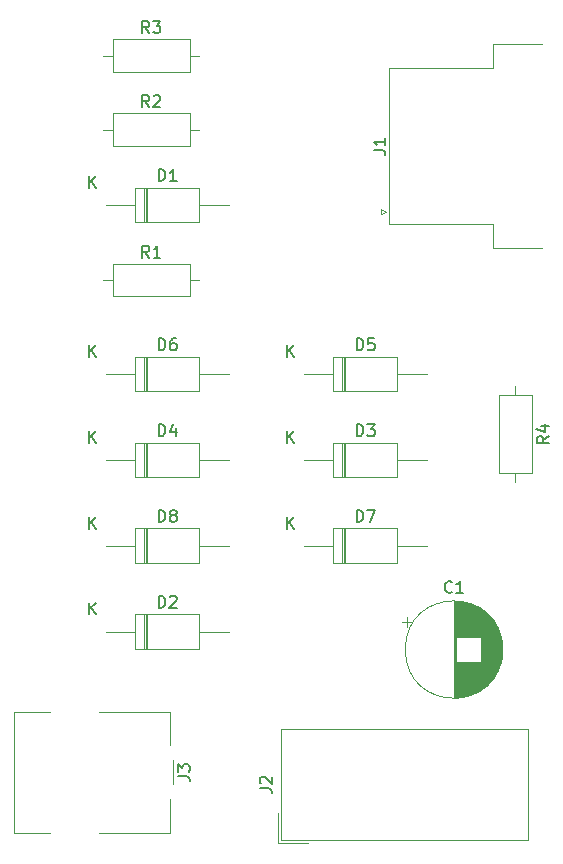
<source format=gbr>
G04 #@! TF.GenerationSoftware,KiCad,Pcbnew,5.1.4-3.fc30*
G04 #@! TF.CreationDate,2019-09-19T16:23:22+02:00*
G04 #@! TF.ProjectId,dasa,64617361-2e6b-4696-9361-645f70636258,rev?*
G04 #@! TF.SameCoordinates,Original*
G04 #@! TF.FileFunction,Legend,Top*
G04 #@! TF.FilePolarity,Positive*
%FSLAX46Y46*%
G04 Gerber Fmt 4.6, Leading zero omitted, Abs format (unit mm)*
G04 Created by KiCad (PCBNEW 5.1.4-3.fc30) date 2019-09-19 16:23:22*
%MOMM*%
%LPD*%
G04 APERTURE LIST*
%ADD10C,0.120000*%
%ADD11C,0.150000*%
G04 APERTURE END LIST*
D10*
X122610000Y-107180000D02*
X122610000Y-109180000D01*
X109200000Y-103070000D02*
X112260000Y-103070000D01*
X109200000Y-113290000D02*
X109200000Y-103070000D01*
X112260000Y-113290000D02*
X109200000Y-113290000D01*
X122420000Y-113290000D02*
X116360000Y-113290000D01*
X122420000Y-110480000D02*
X122420000Y-113290000D01*
X122420000Y-103070000D02*
X122420000Y-105880000D01*
X116360000Y-103070000D02*
X122420000Y-103070000D01*
X151638000Y-83590000D02*
X151638000Y-82820000D01*
X151638000Y-75510000D02*
X151638000Y-76280000D01*
X153008000Y-82820000D02*
X153008000Y-76280000D01*
X150268000Y-82820000D02*
X153008000Y-82820000D01*
X150268000Y-76280000D02*
X150268000Y-82820000D01*
X153008000Y-76280000D02*
X150268000Y-76280000D01*
X124844000Y-47498000D02*
X124074000Y-47498000D01*
X116764000Y-47498000D02*
X117534000Y-47498000D01*
X124074000Y-46128000D02*
X117534000Y-46128000D01*
X124074000Y-48868000D02*
X124074000Y-46128000D01*
X117534000Y-48868000D02*
X124074000Y-48868000D01*
X117534000Y-46128000D02*
X117534000Y-48868000D01*
X124844000Y-53770700D02*
X124074000Y-53770700D01*
X116764000Y-53770700D02*
X117534000Y-53770700D01*
X124074000Y-52400700D02*
X117534000Y-52400700D01*
X124074000Y-55140700D02*
X124074000Y-52400700D01*
X117534000Y-55140700D02*
X124074000Y-55140700D01*
X117534000Y-52400700D02*
X117534000Y-55140700D01*
X124844000Y-66516000D02*
X124074000Y-66516000D01*
X116764000Y-66516000D02*
X117534000Y-66516000D01*
X124074000Y-65146000D02*
X117534000Y-65146000D01*
X124074000Y-67886000D02*
X124074000Y-65146000D01*
X117534000Y-67886000D02*
X124074000Y-67886000D01*
X117534000Y-65146000D02*
X117534000Y-67886000D01*
X131560000Y-114145000D02*
X131560000Y-111605000D01*
X131560000Y-114145000D02*
X134100000Y-114145000D01*
X131810000Y-113895000D02*
X131810000Y-104545000D01*
X152670000Y-113895000D02*
X131810000Y-113895000D01*
X152670000Y-104545000D02*
X152670000Y-113895000D01*
X131810000Y-104545000D02*
X152670000Y-104545000D01*
X140664675Y-60706000D02*
X140231662Y-60956000D01*
X140231662Y-60456000D02*
X140664675Y-60706000D01*
X140231662Y-60956000D02*
X140231662Y-60456000D01*
X149766000Y-46556000D02*
X153866000Y-46556000D01*
X149766000Y-48566000D02*
X149766000Y-46556000D01*
X140926000Y-48566000D02*
X149766000Y-48566000D01*
X140926000Y-61766000D02*
X140926000Y-48566000D01*
X149766000Y-61766000D02*
X140926000Y-61766000D01*
X149766000Y-63776000D02*
X149766000Y-61766000D01*
X153866000Y-63776000D02*
X149766000Y-63776000D01*
X120234000Y-87530700D02*
X120234000Y-90470700D01*
X120474000Y-87530700D02*
X120474000Y-90470700D01*
X120354000Y-87530700D02*
X120354000Y-90470700D01*
X127384000Y-89000700D02*
X124894000Y-89000700D01*
X116964000Y-89000700D02*
X119454000Y-89000700D01*
X124894000Y-87530700D02*
X119454000Y-87530700D01*
X124894000Y-90470700D02*
X124894000Y-87530700D01*
X119454000Y-90470700D02*
X124894000Y-90470700D01*
X119454000Y-87530700D02*
X119454000Y-90470700D01*
X136998000Y-87530700D02*
X136998000Y-90470700D01*
X137238000Y-87530700D02*
X137238000Y-90470700D01*
X137118000Y-87530700D02*
X137118000Y-90470700D01*
X144148000Y-89000700D02*
X141658000Y-89000700D01*
X133728000Y-89000700D02*
X136218000Y-89000700D01*
X141658000Y-87530700D02*
X136218000Y-87530700D01*
X141658000Y-90470700D02*
X141658000Y-87530700D01*
X136218000Y-90470700D02*
X141658000Y-90470700D01*
X136218000Y-87530700D02*
X136218000Y-90470700D01*
X120234000Y-73000000D02*
X120234000Y-75940000D01*
X120474000Y-73000000D02*
X120474000Y-75940000D01*
X120354000Y-73000000D02*
X120354000Y-75940000D01*
X127384000Y-74470000D02*
X124894000Y-74470000D01*
X116964000Y-74470000D02*
X119454000Y-74470000D01*
X124894000Y-73000000D02*
X119454000Y-73000000D01*
X124894000Y-75940000D02*
X124894000Y-73000000D01*
X119454000Y-75940000D02*
X124894000Y-75940000D01*
X119454000Y-73000000D02*
X119454000Y-75940000D01*
X136998000Y-73000000D02*
X136998000Y-75940000D01*
X137238000Y-73000000D02*
X137238000Y-75940000D01*
X137118000Y-73000000D02*
X137118000Y-75940000D01*
X144148000Y-74470000D02*
X141658000Y-74470000D01*
X133728000Y-74470000D02*
X136218000Y-74470000D01*
X141658000Y-73000000D02*
X136218000Y-73000000D01*
X141658000Y-75940000D02*
X141658000Y-73000000D01*
X136218000Y-75940000D02*
X141658000Y-75940000D01*
X136218000Y-73000000D02*
X136218000Y-75940000D01*
X120234000Y-80265300D02*
X120234000Y-83205300D01*
X120474000Y-80265300D02*
X120474000Y-83205300D01*
X120354000Y-80265300D02*
X120354000Y-83205300D01*
X127384000Y-81735300D02*
X124894000Y-81735300D01*
X116964000Y-81735300D02*
X119454000Y-81735300D01*
X124894000Y-80265300D02*
X119454000Y-80265300D01*
X124894000Y-83205300D02*
X124894000Y-80265300D01*
X119454000Y-83205300D02*
X124894000Y-83205300D01*
X119454000Y-80265300D02*
X119454000Y-83205300D01*
X136998000Y-80265300D02*
X136998000Y-83205300D01*
X137238000Y-80265300D02*
X137238000Y-83205300D01*
X137118000Y-80265300D02*
X137118000Y-83205300D01*
X144148000Y-81735300D02*
X141658000Y-81735300D01*
X133728000Y-81735300D02*
X136218000Y-81735300D01*
X141658000Y-80265300D02*
X136218000Y-80265300D01*
X141658000Y-83205300D02*
X141658000Y-80265300D01*
X136218000Y-83205300D02*
X141658000Y-83205300D01*
X136218000Y-80265300D02*
X136218000Y-83205300D01*
X120234000Y-94796000D02*
X120234000Y-97736000D01*
X120474000Y-94796000D02*
X120474000Y-97736000D01*
X120354000Y-94796000D02*
X120354000Y-97736000D01*
X127384000Y-96266000D02*
X124894000Y-96266000D01*
X116964000Y-96266000D02*
X119454000Y-96266000D01*
X124894000Y-94796000D02*
X119454000Y-94796000D01*
X124894000Y-97736000D02*
X124894000Y-94796000D01*
X119454000Y-97736000D02*
X124894000Y-97736000D01*
X119454000Y-94796000D02*
X119454000Y-97736000D01*
X120234000Y-58673300D02*
X120234000Y-61613300D01*
X120474000Y-58673300D02*
X120474000Y-61613300D01*
X120354000Y-58673300D02*
X120354000Y-61613300D01*
X127384000Y-60143300D02*
X124894000Y-60143300D01*
X116964000Y-60143300D02*
X119454000Y-60143300D01*
X124894000Y-58673300D02*
X119454000Y-58673300D01*
X124894000Y-61613300D02*
X124894000Y-58673300D01*
X119454000Y-61613300D02*
X124894000Y-61613300D01*
X119454000Y-58673300D02*
X119454000Y-61613300D01*
X142428302Y-95075000D02*
X142428302Y-95875000D01*
X142028302Y-95475000D02*
X142828302Y-95475000D01*
X150519000Y-97257000D02*
X150519000Y-98323000D01*
X150479000Y-97022000D02*
X150479000Y-98558000D01*
X150439000Y-96842000D02*
X150439000Y-98738000D01*
X150399000Y-96692000D02*
X150399000Y-98888000D01*
X150359000Y-96561000D02*
X150359000Y-99019000D01*
X150319000Y-96444000D02*
X150319000Y-99136000D01*
X150279000Y-96337000D02*
X150279000Y-99243000D01*
X150239000Y-96238000D02*
X150239000Y-99342000D01*
X150199000Y-96145000D02*
X150199000Y-99435000D01*
X150159000Y-96059000D02*
X150159000Y-99521000D01*
X150119000Y-95977000D02*
X150119000Y-99603000D01*
X150079000Y-95900000D02*
X150079000Y-99680000D01*
X150039000Y-95826000D02*
X150039000Y-99754000D01*
X149999000Y-95756000D02*
X149999000Y-99824000D01*
X149959000Y-95688000D02*
X149959000Y-99892000D01*
X149919000Y-95624000D02*
X149919000Y-99956000D01*
X149879000Y-95562000D02*
X149879000Y-100018000D01*
X149839000Y-95503000D02*
X149839000Y-100077000D01*
X149799000Y-95445000D02*
X149799000Y-100135000D01*
X149759000Y-95390000D02*
X149759000Y-100190000D01*
X149719000Y-95336000D02*
X149719000Y-100244000D01*
X149679000Y-95285000D02*
X149679000Y-100295000D01*
X149639000Y-95234000D02*
X149639000Y-100346000D01*
X149599000Y-95186000D02*
X149599000Y-100394000D01*
X149559000Y-95139000D02*
X149559000Y-100441000D01*
X149519000Y-95093000D02*
X149519000Y-100487000D01*
X149479000Y-95049000D02*
X149479000Y-100531000D01*
X149439000Y-95006000D02*
X149439000Y-100574000D01*
X149399000Y-94964000D02*
X149399000Y-100616000D01*
X149359000Y-94923000D02*
X149359000Y-100657000D01*
X149319000Y-94883000D02*
X149319000Y-100697000D01*
X149279000Y-94845000D02*
X149279000Y-100735000D01*
X149239000Y-94807000D02*
X149239000Y-100773000D01*
X149199000Y-94771000D02*
X149199000Y-100809000D01*
X149159000Y-94735000D02*
X149159000Y-100845000D01*
X149119000Y-94700000D02*
X149119000Y-100880000D01*
X149079000Y-94666000D02*
X149079000Y-100914000D01*
X149039000Y-94634000D02*
X149039000Y-100946000D01*
X148999000Y-94601000D02*
X148999000Y-100979000D01*
X148959000Y-94570000D02*
X148959000Y-101010000D01*
X148919000Y-94540000D02*
X148919000Y-101040000D01*
X148879000Y-94510000D02*
X148879000Y-101070000D01*
X148839000Y-94481000D02*
X148839000Y-101099000D01*
X148799000Y-94452000D02*
X148799000Y-101128000D01*
X148759000Y-94425000D02*
X148759000Y-101155000D01*
X148719000Y-98830000D02*
X148719000Y-101182000D01*
X148719000Y-94398000D02*
X148719000Y-96750000D01*
X148679000Y-98830000D02*
X148679000Y-101208000D01*
X148679000Y-94372000D02*
X148679000Y-96750000D01*
X148639000Y-98830000D02*
X148639000Y-101234000D01*
X148639000Y-94346000D02*
X148639000Y-96750000D01*
X148599000Y-98830000D02*
X148599000Y-101259000D01*
X148599000Y-94321000D02*
X148599000Y-96750000D01*
X148559000Y-98830000D02*
X148559000Y-101283000D01*
X148559000Y-94297000D02*
X148559000Y-96750000D01*
X148519000Y-98830000D02*
X148519000Y-101307000D01*
X148519000Y-94273000D02*
X148519000Y-96750000D01*
X148479000Y-98830000D02*
X148479000Y-101330000D01*
X148479000Y-94250000D02*
X148479000Y-96750000D01*
X148439000Y-98830000D02*
X148439000Y-101352000D01*
X148439000Y-94228000D02*
X148439000Y-96750000D01*
X148399000Y-98830000D02*
X148399000Y-101374000D01*
X148399000Y-94206000D02*
X148399000Y-96750000D01*
X148359000Y-98830000D02*
X148359000Y-101396000D01*
X148359000Y-94184000D02*
X148359000Y-96750000D01*
X148319000Y-98830000D02*
X148319000Y-101417000D01*
X148319000Y-94163000D02*
X148319000Y-96750000D01*
X148279000Y-98830000D02*
X148279000Y-101437000D01*
X148279000Y-94143000D02*
X148279000Y-96750000D01*
X148239000Y-98830000D02*
X148239000Y-101456000D01*
X148239000Y-94124000D02*
X148239000Y-96750000D01*
X148199000Y-98830000D02*
X148199000Y-101476000D01*
X148199000Y-94104000D02*
X148199000Y-96750000D01*
X148159000Y-98830000D02*
X148159000Y-101494000D01*
X148159000Y-94086000D02*
X148159000Y-96750000D01*
X148119000Y-98830000D02*
X148119000Y-101512000D01*
X148119000Y-94068000D02*
X148119000Y-96750000D01*
X148079000Y-98830000D02*
X148079000Y-101530000D01*
X148079000Y-94050000D02*
X148079000Y-96750000D01*
X148039000Y-98830000D02*
X148039000Y-101547000D01*
X148039000Y-94033000D02*
X148039000Y-96750000D01*
X147999000Y-98830000D02*
X147999000Y-101564000D01*
X147999000Y-94016000D02*
X147999000Y-96750000D01*
X147959000Y-98830000D02*
X147959000Y-101580000D01*
X147959000Y-94000000D02*
X147959000Y-96750000D01*
X147919000Y-98830000D02*
X147919000Y-101595000D01*
X147919000Y-93985000D02*
X147919000Y-96750000D01*
X147879000Y-98830000D02*
X147879000Y-101611000D01*
X147879000Y-93969000D02*
X147879000Y-96750000D01*
X147839000Y-98830000D02*
X147839000Y-101625000D01*
X147839000Y-93955000D02*
X147839000Y-96750000D01*
X147799000Y-98830000D02*
X147799000Y-101640000D01*
X147799000Y-93940000D02*
X147799000Y-96750000D01*
X147759000Y-98830000D02*
X147759000Y-101653000D01*
X147759000Y-93927000D02*
X147759000Y-96750000D01*
X147719000Y-98830000D02*
X147719000Y-101667000D01*
X147719000Y-93913000D02*
X147719000Y-96750000D01*
X147679000Y-98830000D02*
X147679000Y-101679000D01*
X147679000Y-93901000D02*
X147679000Y-96750000D01*
X147639000Y-98830000D02*
X147639000Y-101692000D01*
X147639000Y-93888000D02*
X147639000Y-96750000D01*
X147599000Y-98830000D02*
X147599000Y-101704000D01*
X147599000Y-93876000D02*
X147599000Y-96750000D01*
X147559000Y-98830000D02*
X147559000Y-101715000D01*
X147559000Y-93865000D02*
X147559000Y-96750000D01*
X147519000Y-98830000D02*
X147519000Y-101726000D01*
X147519000Y-93854000D02*
X147519000Y-96750000D01*
X147479000Y-98830000D02*
X147479000Y-101737000D01*
X147479000Y-93843000D02*
X147479000Y-96750000D01*
X147439000Y-98830000D02*
X147439000Y-101747000D01*
X147439000Y-93833000D02*
X147439000Y-96750000D01*
X147399000Y-98830000D02*
X147399000Y-101757000D01*
X147399000Y-93823000D02*
X147399000Y-96750000D01*
X147359000Y-98830000D02*
X147359000Y-101766000D01*
X147359000Y-93814000D02*
X147359000Y-96750000D01*
X147319000Y-98830000D02*
X147319000Y-101775000D01*
X147319000Y-93805000D02*
X147319000Y-96750000D01*
X147279000Y-98830000D02*
X147279000Y-101784000D01*
X147279000Y-93796000D02*
X147279000Y-96750000D01*
X147239000Y-98830000D02*
X147239000Y-101792000D01*
X147239000Y-93788000D02*
X147239000Y-96750000D01*
X147199000Y-98830000D02*
X147199000Y-101800000D01*
X147199000Y-93780000D02*
X147199000Y-96750000D01*
X147159000Y-98830000D02*
X147159000Y-101807000D01*
X147159000Y-93773000D02*
X147159000Y-96750000D01*
X147118000Y-98830000D02*
X147118000Y-101814000D01*
X147118000Y-93766000D02*
X147118000Y-96750000D01*
X147078000Y-98830000D02*
X147078000Y-101820000D01*
X147078000Y-93760000D02*
X147078000Y-96750000D01*
X147038000Y-98830000D02*
X147038000Y-101827000D01*
X147038000Y-93753000D02*
X147038000Y-96750000D01*
X146998000Y-98830000D02*
X146998000Y-101832000D01*
X146998000Y-93748000D02*
X146998000Y-96750000D01*
X146958000Y-98830000D02*
X146958000Y-101838000D01*
X146958000Y-93742000D02*
X146958000Y-96750000D01*
X146918000Y-98830000D02*
X146918000Y-101842000D01*
X146918000Y-93738000D02*
X146918000Y-96750000D01*
X146878000Y-98830000D02*
X146878000Y-101847000D01*
X146878000Y-93733000D02*
X146878000Y-96750000D01*
X146838000Y-98830000D02*
X146838000Y-101851000D01*
X146838000Y-93729000D02*
X146838000Y-96750000D01*
X146798000Y-98830000D02*
X146798000Y-101855000D01*
X146798000Y-93725000D02*
X146798000Y-96750000D01*
X146758000Y-98830000D02*
X146758000Y-101858000D01*
X146758000Y-93722000D02*
X146758000Y-96750000D01*
X146718000Y-98830000D02*
X146718000Y-101861000D01*
X146718000Y-93719000D02*
X146718000Y-96750000D01*
X146678000Y-98830000D02*
X146678000Y-101864000D01*
X146678000Y-93716000D02*
X146678000Y-96750000D01*
X146638000Y-93714000D02*
X146638000Y-101866000D01*
X146598000Y-93713000D02*
X146598000Y-101867000D01*
X146558000Y-93711000D02*
X146558000Y-101869000D01*
X146518000Y-93710000D02*
X146518000Y-101870000D01*
X146478000Y-93710000D02*
X146478000Y-101870000D01*
X146438000Y-93710000D02*
X146438000Y-101870000D01*
X150558000Y-97790000D02*
G75*
G03X150558000Y-97790000I-4120000J0D01*
G01*
D11*
X123062380Y-108513333D02*
X123776666Y-108513333D01*
X123919523Y-108560952D01*
X124014761Y-108656190D01*
X124062380Y-108799047D01*
X124062380Y-108894285D01*
X123062380Y-108132380D02*
X123062380Y-107513333D01*
X123443333Y-107846666D01*
X123443333Y-107703809D01*
X123490952Y-107608571D01*
X123538571Y-107560952D01*
X123633809Y-107513333D01*
X123871904Y-107513333D01*
X123967142Y-107560952D01*
X124014761Y-107608571D01*
X124062380Y-107703809D01*
X124062380Y-107989523D01*
X124014761Y-108084761D01*
X123967142Y-108132380D01*
X154460380Y-79716666D02*
X153984190Y-80050000D01*
X154460380Y-80288095D02*
X153460380Y-80288095D01*
X153460380Y-79907142D01*
X153508000Y-79811904D01*
X153555619Y-79764285D01*
X153650857Y-79716666D01*
X153793714Y-79716666D01*
X153888952Y-79764285D01*
X153936571Y-79811904D01*
X153984190Y-79907142D01*
X153984190Y-80288095D01*
X153793714Y-78859523D02*
X154460380Y-78859523D01*
X153412761Y-79097619D02*
X154127047Y-79335714D01*
X154127047Y-78716666D01*
X120637333Y-45580380D02*
X120304000Y-45104190D01*
X120065904Y-45580380D02*
X120065904Y-44580380D01*
X120446857Y-44580380D01*
X120542095Y-44628000D01*
X120589714Y-44675619D01*
X120637333Y-44770857D01*
X120637333Y-44913714D01*
X120589714Y-45008952D01*
X120542095Y-45056571D01*
X120446857Y-45104190D01*
X120065904Y-45104190D01*
X120970666Y-44580380D02*
X121589714Y-44580380D01*
X121256380Y-44961333D01*
X121399238Y-44961333D01*
X121494476Y-45008952D01*
X121542095Y-45056571D01*
X121589714Y-45151809D01*
X121589714Y-45389904D01*
X121542095Y-45485142D01*
X121494476Y-45532761D01*
X121399238Y-45580380D01*
X121113523Y-45580380D01*
X121018285Y-45532761D01*
X120970666Y-45485142D01*
X120637333Y-51853080D02*
X120304000Y-51376890D01*
X120065904Y-51853080D02*
X120065904Y-50853080D01*
X120446857Y-50853080D01*
X120542095Y-50900700D01*
X120589714Y-50948319D01*
X120637333Y-51043557D01*
X120637333Y-51186414D01*
X120589714Y-51281652D01*
X120542095Y-51329271D01*
X120446857Y-51376890D01*
X120065904Y-51376890D01*
X121018285Y-50948319D02*
X121065904Y-50900700D01*
X121161142Y-50853080D01*
X121399238Y-50853080D01*
X121494476Y-50900700D01*
X121542095Y-50948319D01*
X121589714Y-51043557D01*
X121589714Y-51138795D01*
X121542095Y-51281652D01*
X120970666Y-51853080D01*
X121589714Y-51853080D01*
X120637333Y-64598380D02*
X120304000Y-64122190D01*
X120065904Y-64598380D02*
X120065904Y-63598380D01*
X120446857Y-63598380D01*
X120542095Y-63646000D01*
X120589714Y-63693619D01*
X120637333Y-63788857D01*
X120637333Y-63931714D01*
X120589714Y-64026952D01*
X120542095Y-64074571D01*
X120446857Y-64122190D01*
X120065904Y-64122190D01*
X121589714Y-64598380D02*
X121018285Y-64598380D01*
X121304000Y-64598380D02*
X121304000Y-63598380D01*
X121208761Y-63741238D01*
X121113523Y-63836476D01*
X121018285Y-63884095D01*
X130008380Y-109553333D02*
X130722666Y-109553333D01*
X130865523Y-109600952D01*
X130960761Y-109696190D01*
X131008380Y-109839047D01*
X131008380Y-109934285D01*
X130103619Y-109124761D02*
X130056000Y-109077142D01*
X130008380Y-108981904D01*
X130008380Y-108743809D01*
X130056000Y-108648571D01*
X130103619Y-108600952D01*
X130198857Y-108553333D01*
X130294095Y-108553333D01*
X130436952Y-108600952D01*
X131008380Y-109172380D01*
X131008380Y-108553333D01*
X139638380Y-55499333D02*
X140352666Y-55499333D01*
X140495523Y-55546952D01*
X140590761Y-55642190D01*
X140638380Y-55785047D01*
X140638380Y-55880285D01*
X140638380Y-54499333D02*
X140638380Y-55070761D01*
X140638380Y-54785047D02*
X139638380Y-54785047D01*
X139781238Y-54880285D01*
X139876476Y-54975523D01*
X139924095Y-55070761D01*
X121435904Y-86983080D02*
X121435904Y-85983080D01*
X121674000Y-85983080D01*
X121816857Y-86030700D01*
X121912095Y-86125938D01*
X121959714Y-86221176D01*
X122007333Y-86411652D01*
X122007333Y-86554509D01*
X121959714Y-86744985D01*
X121912095Y-86840223D01*
X121816857Y-86935461D01*
X121674000Y-86983080D01*
X121435904Y-86983080D01*
X122578761Y-86411652D02*
X122483523Y-86364033D01*
X122435904Y-86316414D01*
X122388285Y-86221176D01*
X122388285Y-86173557D01*
X122435904Y-86078319D01*
X122483523Y-86030700D01*
X122578761Y-85983080D01*
X122769238Y-85983080D01*
X122864476Y-86030700D01*
X122912095Y-86078319D01*
X122959714Y-86173557D01*
X122959714Y-86221176D01*
X122912095Y-86316414D01*
X122864476Y-86364033D01*
X122769238Y-86411652D01*
X122578761Y-86411652D01*
X122483523Y-86459271D01*
X122435904Y-86506890D01*
X122388285Y-86602128D01*
X122388285Y-86792604D01*
X122435904Y-86887842D01*
X122483523Y-86935461D01*
X122578761Y-86983080D01*
X122769238Y-86983080D01*
X122864476Y-86935461D01*
X122912095Y-86887842D01*
X122959714Y-86792604D01*
X122959714Y-86602128D01*
X122912095Y-86506890D01*
X122864476Y-86459271D01*
X122769238Y-86411652D01*
X115562095Y-87553080D02*
X115562095Y-86553080D01*
X116133523Y-87553080D02*
X115704952Y-86981652D01*
X116133523Y-86553080D02*
X115562095Y-87124509D01*
X138199904Y-86983080D02*
X138199904Y-85983080D01*
X138438000Y-85983080D01*
X138580857Y-86030700D01*
X138676095Y-86125938D01*
X138723714Y-86221176D01*
X138771333Y-86411652D01*
X138771333Y-86554509D01*
X138723714Y-86744985D01*
X138676095Y-86840223D01*
X138580857Y-86935461D01*
X138438000Y-86983080D01*
X138199904Y-86983080D01*
X139104666Y-85983080D02*
X139771333Y-85983080D01*
X139342761Y-86983080D01*
X132326095Y-87553080D02*
X132326095Y-86553080D01*
X132897523Y-87553080D02*
X132468952Y-86981652D01*
X132897523Y-86553080D02*
X132326095Y-87124509D01*
X121435904Y-72452380D02*
X121435904Y-71452380D01*
X121674000Y-71452380D01*
X121816857Y-71500000D01*
X121912095Y-71595238D01*
X121959714Y-71690476D01*
X122007333Y-71880952D01*
X122007333Y-72023809D01*
X121959714Y-72214285D01*
X121912095Y-72309523D01*
X121816857Y-72404761D01*
X121674000Y-72452380D01*
X121435904Y-72452380D01*
X122864476Y-71452380D02*
X122674000Y-71452380D01*
X122578761Y-71500000D01*
X122531142Y-71547619D01*
X122435904Y-71690476D01*
X122388285Y-71880952D01*
X122388285Y-72261904D01*
X122435904Y-72357142D01*
X122483523Y-72404761D01*
X122578761Y-72452380D01*
X122769238Y-72452380D01*
X122864476Y-72404761D01*
X122912095Y-72357142D01*
X122959714Y-72261904D01*
X122959714Y-72023809D01*
X122912095Y-71928571D01*
X122864476Y-71880952D01*
X122769238Y-71833333D01*
X122578761Y-71833333D01*
X122483523Y-71880952D01*
X122435904Y-71928571D01*
X122388285Y-72023809D01*
X115562095Y-73022380D02*
X115562095Y-72022380D01*
X116133523Y-73022380D02*
X115704952Y-72450952D01*
X116133523Y-72022380D02*
X115562095Y-72593809D01*
X138199904Y-72452380D02*
X138199904Y-71452380D01*
X138438000Y-71452380D01*
X138580857Y-71500000D01*
X138676095Y-71595238D01*
X138723714Y-71690476D01*
X138771333Y-71880952D01*
X138771333Y-72023809D01*
X138723714Y-72214285D01*
X138676095Y-72309523D01*
X138580857Y-72404761D01*
X138438000Y-72452380D01*
X138199904Y-72452380D01*
X139676095Y-71452380D02*
X139199904Y-71452380D01*
X139152285Y-71928571D01*
X139199904Y-71880952D01*
X139295142Y-71833333D01*
X139533238Y-71833333D01*
X139628476Y-71880952D01*
X139676095Y-71928571D01*
X139723714Y-72023809D01*
X139723714Y-72261904D01*
X139676095Y-72357142D01*
X139628476Y-72404761D01*
X139533238Y-72452380D01*
X139295142Y-72452380D01*
X139199904Y-72404761D01*
X139152285Y-72357142D01*
X132326095Y-73022380D02*
X132326095Y-72022380D01*
X132897523Y-73022380D02*
X132468952Y-72450952D01*
X132897523Y-72022380D02*
X132326095Y-72593809D01*
X121435904Y-79717680D02*
X121435904Y-78717680D01*
X121674000Y-78717680D01*
X121816857Y-78765300D01*
X121912095Y-78860538D01*
X121959714Y-78955776D01*
X122007333Y-79146252D01*
X122007333Y-79289109D01*
X121959714Y-79479585D01*
X121912095Y-79574823D01*
X121816857Y-79670061D01*
X121674000Y-79717680D01*
X121435904Y-79717680D01*
X122864476Y-79051014D02*
X122864476Y-79717680D01*
X122626380Y-78670061D02*
X122388285Y-79384347D01*
X123007333Y-79384347D01*
X115562095Y-80287680D02*
X115562095Y-79287680D01*
X116133523Y-80287680D02*
X115704952Y-79716252D01*
X116133523Y-79287680D02*
X115562095Y-79859109D01*
X138199904Y-79717680D02*
X138199904Y-78717680D01*
X138438000Y-78717680D01*
X138580857Y-78765300D01*
X138676095Y-78860538D01*
X138723714Y-78955776D01*
X138771333Y-79146252D01*
X138771333Y-79289109D01*
X138723714Y-79479585D01*
X138676095Y-79574823D01*
X138580857Y-79670061D01*
X138438000Y-79717680D01*
X138199904Y-79717680D01*
X139104666Y-78717680D02*
X139723714Y-78717680D01*
X139390380Y-79098633D01*
X139533238Y-79098633D01*
X139628476Y-79146252D01*
X139676095Y-79193871D01*
X139723714Y-79289109D01*
X139723714Y-79527204D01*
X139676095Y-79622442D01*
X139628476Y-79670061D01*
X139533238Y-79717680D01*
X139247523Y-79717680D01*
X139152285Y-79670061D01*
X139104666Y-79622442D01*
X132326095Y-80287680D02*
X132326095Y-79287680D01*
X132897523Y-80287680D02*
X132468952Y-79716252D01*
X132897523Y-79287680D02*
X132326095Y-79859109D01*
X121435904Y-94248380D02*
X121435904Y-93248380D01*
X121674000Y-93248380D01*
X121816857Y-93296000D01*
X121912095Y-93391238D01*
X121959714Y-93486476D01*
X122007333Y-93676952D01*
X122007333Y-93819809D01*
X121959714Y-94010285D01*
X121912095Y-94105523D01*
X121816857Y-94200761D01*
X121674000Y-94248380D01*
X121435904Y-94248380D01*
X122388285Y-93343619D02*
X122435904Y-93296000D01*
X122531142Y-93248380D01*
X122769238Y-93248380D01*
X122864476Y-93296000D01*
X122912095Y-93343619D01*
X122959714Y-93438857D01*
X122959714Y-93534095D01*
X122912095Y-93676952D01*
X122340666Y-94248380D01*
X122959714Y-94248380D01*
X115562095Y-94818380D02*
X115562095Y-93818380D01*
X116133523Y-94818380D02*
X115704952Y-94246952D01*
X116133523Y-93818380D02*
X115562095Y-94389809D01*
X121435904Y-58125680D02*
X121435904Y-57125680D01*
X121674000Y-57125680D01*
X121816857Y-57173300D01*
X121912095Y-57268538D01*
X121959714Y-57363776D01*
X122007333Y-57554252D01*
X122007333Y-57697109D01*
X121959714Y-57887585D01*
X121912095Y-57982823D01*
X121816857Y-58078061D01*
X121674000Y-58125680D01*
X121435904Y-58125680D01*
X122959714Y-58125680D02*
X122388285Y-58125680D01*
X122674000Y-58125680D02*
X122674000Y-57125680D01*
X122578761Y-57268538D01*
X122483523Y-57363776D01*
X122388285Y-57411395D01*
X115562095Y-58695680D02*
X115562095Y-57695680D01*
X116133523Y-58695680D02*
X115704952Y-58124252D01*
X116133523Y-57695680D02*
X115562095Y-58267109D01*
X146271333Y-92897142D02*
X146223714Y-92944761D01*
X146080857Y-92992380D01*
X145985619Y-92992380D01*
X145842761Y-92944761D01*
X145747523Y-92849523D01*
X145699904Y-92754285D01*
X145652285Y-92563809D01*
X145652285Y-92420952D01*
X145699904Y-92230476D01*
X145747523Y-92135238D01*
X145842761Y-92040000D01*
X145985619Y-91992380D01*
X146080857Y-91992380D01*
X146223714Y-92040000D01*
X146271333Y-92087619D01*
X147223714Y-92992380D02*
X146652285Y-92992380D01*
X146938000Y-92992380D02*
X146938000Y-91992380D01*
X146842761Y-92135238D01*
X146747523Y-92230476D01*
X146652285Y-92278095D01*
M02*

</source>
